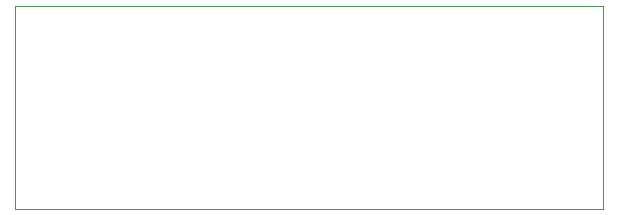
<source format=gm1>
G04 #@! TF.GenerationSoftware,KiCad,Pcbnew,7.0.9*
G04 #@! TF.CreationDate,2023-11-27T12:39:36-05:00*
G04 #@! TF.ProjectId,GE_3T_Wantcom_motherboard,47455f33-545f-4576-916e-74636f6d5f6d,0*
G04 #@! TF.SameCoordinates,Original*
G04 #@! TF.FileFunction,Profile,NP*
%FSLAX46Y46*%
G04 Gerber Fmt 4.6, Leading zero omitted, Abs format (unit mm)*
G04 Created by KiCad (PCBNEW 7.0.9) date 2023-11-27 12:39:36*
%MOMM*%
%LPD*%
G01*
G04 APERTURE LIST*
G04 #@! TA.AperFunction,Profile*
%ADD10C,0.100000*%
G04 #@! TD*
G04 APERTURE END LIST*
D10*
X155250000Y-100000000D02*
X205000000Y-100000000D01*
X205000000Y-117250000D01*
X155250000Y-117250000D01*
X155250000Y-100000000D01*
M02*

</source>
